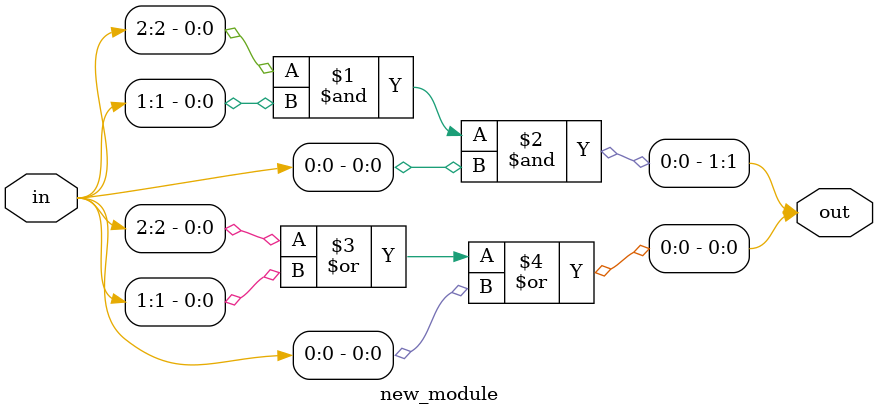
<source format=sv>

module top_env;
    reg [2:0] in;
    wire [1:0] out;
    new_module my_module(in, out);
    initial begin
            $display("TIME \t EVENT\n");
            $display("%4d \t Starting Simulation...", $time);
        #5
            in <= 3'b010; #1
            $display("%h", in);
            // $display("%4d \t %b, %b, %b \t %b, %b", $time, _a, _b, _c, _x, _y);
        // #10
        //     _a <= 0; _b <= 0; _c <= 1; #1
        //     $display("%4d \t %b, %b, %b \t %b, %b", $time, _a, _b, _c, _x, _y);
        // #10
        //     _a <= 0; _b <= 1; _c <= 0; #1
        //     $display("%4d \t %b, %b, %b \t %b, %b", $time, _a, _b, _c, _x, _y);
        // #10
        //     _a <= 0; _b <= 1; _c <= 1; #1
        //     $display("%4d \t %b, %b, %b \t %b, %b", $time, _a, _b, _c, _x, _y);
        // #10
        //     _a <= 1; _b <= 0; _c <= 0; #1
        //     $display("%4d \t %b, %b, %b \t %b, %b", $time, _a, _b, _c, _x, _y);
        // #10
        //     _a <= 1; _b <= 0; _c <= 'x; #1
        //     $display("%4d \t %b, %b, %b \t %b, %b", $time, _a, _b, _c, _x, _y);
        // #10
        //     _a <= 1; _b <= 1; _c <= 0; #1
        //     $display("%4d \t %b, %b, %b \t %b, %b", $time, _a, _b, _c, _x, _y);
        // #10
        //     _a <= 1; _b <= 1; _c <= 1; #1
        //     $display("%4d \t %b, %b, %b \t %b, %b", $time, _a, _b, _c, _x, _y);
        // #10    
            $display("%4d \t Ending Simulation...", $time);
        // $finish;
    end
endmodule

module new_module(in, out);
    input [2:0] in;
    output wire [1:0] out;
    // and or
    assign out[1] = in[2] & in[1] & in[0];
    assign out[0] = in[2] | in[1] | in[0];
endmodule
</source>
